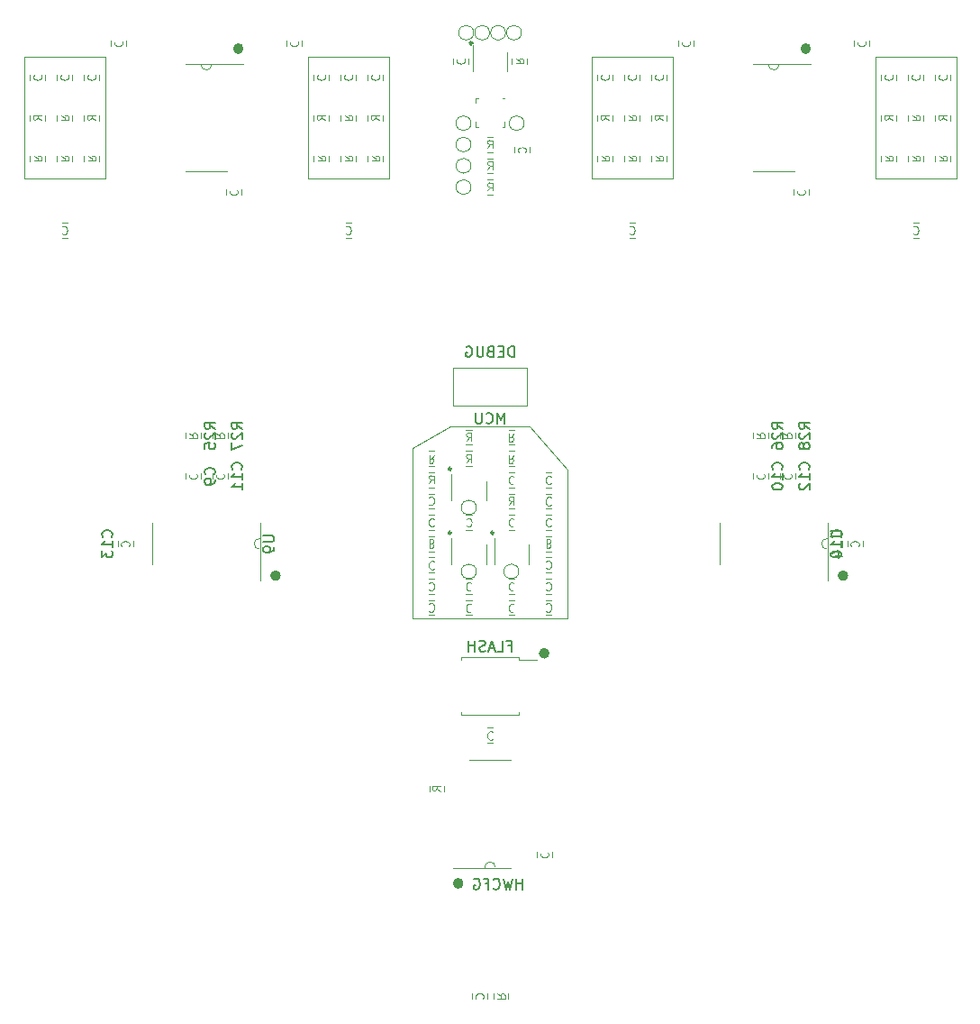
<source format=gbo>
G04 #@! TF.GenerationSoftware,KiCad,Pcbnew,5.1.9+dfsg1-1*
G04 #@! TF.CreationDate,2021-10-27T13:30:15+02:00*
G04 #@! TF.ProjectId,EF44,45463434-2e6b-4696-9361-645f70636258,rev?*
G04 #@! TF.SameCoordinates,Original*
G04 #@! TF.FileFunction,Legend,Bot*
G04 #@! TF.FilePolarity,Positive*
%FSLAX46Y46*%
G04 Gerber Fmt 4.6, Leading zero omitted, Abs format (unit mm)*
G04 Created by KiCad (PCBNEW 5.1.9+dfsg1-1) date 2021-10-27 13:30:15*
%MOMM*%
%LPD*%
G01*
G04 APERTURE LIST*
%ADD10C,0.120000*%
%ADD11C,0.150000*%
%ADD12C,0.500000*%
%ADD13C,0.250000*%
G04 APERTURE END LIST*
D10*
X96500000Y-87000000D02*
X96500000Y-83500000D01*
X103500000Y-87000000D02*
X96500000Y-87000000D01*
X103500000Y-83500000D02*
X103500000Y-87000000D01*
X96500000Y-83500000D02*
X103500000Y-83500000D01*
X96250000Y-89000000D02*
X103750000Y-89000000D01*
X92750000Y-91000000D02*
X96250000Y-89000000D01*
X136195000Y-65710000D02*
X136195000Y-54280000D01*
X143815000Y-54280000D02*
X143815000Y-65710000D01*
X136195000Y-54280000D02*
X143815000Y-54280000D01*
X143815000Y-65710000D02*
X136195000Y-65710000D01*
X109525000Y-65710000D02*
X109525000Y-54280000D01*
X117145000Y-54280000D02*
X117145000Y-65710000D01*
X109525000Y-54280000D02*
X117145000Y-54280000D01*
X117145000Y-65710000D02*
X109525000Y-65710000D01*
X82855000Y-65710000D02*
X82855000Y-54280000D01*
X90475000Y-54280000D02*
X90475000Y-65710000D01*
X82855000Y-54280000D02*
X90475000Y-54280000D01*
X90475000Y-65710000D02*
X82855000Y-65710000D01*
X56185000Y-65710000D02*
X56185000Y-54280000D01*
X63805000Y-54280000D02*
X63805000Y-65710000D01*
X56185000Y-54280000D02*
X63805000Y-54280000D01*
X63805000Y-65710000D02*
X56185000Y-65710000D01*
D11*
X102238095Y-82452380D02*
X102238095Y-81452380D01*
X102000000Y-81452380D01*
X101857142Y-81500000D01*
X101761904Y-81595238D01*
X101714285Y-81690476D01*
X101666666Y-81880952D01*
X101666666Y-82023809D01*
X101714285Y-82214285D01*
X101761904Y-82309523D01*
X101857142Y-82404761D01*
X102000000Y-82452380D01*
X102238095Y-82452380D01*
X101238095Y-81928571D02*
X100904761Y-81928571D01*
X100761904Y-82452380D02*
X101238095Y-82452380D01*
X101238095Y-81452380D01*
X100761904Y-81452380D01*
X100000000Y-81928571D02*
X99857142Y-81976190D01*
X99809523Y-82023809D01*
X99761904Y-82119047D01*
X99761904Y-82261904D01*
X99809523Y-82357142D01*
X99857142Y-82404761D01*
X99952380Y-82452380D01*
X100333333Y-82452380D01*
X100333333Y-81452380D01*
X100000000Y-81452380D01*
X99904761Y-81500000D01*
X99857142Y-81547619D01*
X99809523Y-81642857D01*
X99809523Y-81738095D01*
X99857142Y-81833333D01*
X99904761Y-81880952D01*
X100000000Y-81928571D01*
X100333333Y-81928571D01*
X99333333Y-81452380D02*
X99333333Y-82261904D01*
X99285714Y-82357142D01*
X99238095Y-82404761D01*
X99142857Y-82452380D01*
X98952380Y-82452380D01*
X98857142Y-82404761D01*
X98809523Y-82357142D01*
X98761904Y-82261904D01*
X98761904Y-81452380D01*
X97761904Y-81500000D02*
X97857142Y-81452380D01*
X98000000Y-81452380D01*
X98142857Y-81500000D01*
X98238095Y-81595238D01*
X98285714Y-81690476D01*
X98333333Y-81880952D01*
X98333333Y-82023809D01*
X98285714Y-82214285D01*
X98238095Y-82309523D01*
X98142857Y-82404761D01*
X98000000Y-82452380D01*
X97904761Y-82452380D01*
X97761904Y-82404761D01*
X97714285Y-82357142D01*
X97714285Y-82023809D01*
X97904761Y-82023809D01*
X101690476Y-109580571D02*
X102023809Y-109580571D01*
X102023809Y-110104380D02*
X102023809Y-109104380D01*
X101547619Y-109104380D01*
X100690476Y-110104380D02*
X101166666Y-110104380D01*
X101166666Y-109104380D01*
X100404761Y-109818666D02*
X99928571Y-109818666D01*
X100500000Y-110104380D02*
X100166666Y-109104380D01*
X99833333Y-110104380D01*
X99547619Y-110056761D02*
X99404761Y-110104380D01*
X99166666Y-110104380D01*
X99071428Y-110056761D01*
X99023809Y-110009142D01*
X98976190Y-109913904D01*
X98976190Y-109818666D01*
X99023809Y-109723428D01*
X99071428Y-109675809D01*
X99166666Y-109628190D01*
X99357142Y-109580571D01*
X99452380Y-109532952D01*
X99500000Y-109485333D01*
X99547619Y-109390095D01*
X99547619Y-109294857D01*
X99500000Y-109199619D01*
X99452380Y-109152000D01*
X99357142Y-109104380D01*
X99119047Y-109104380D01*
X98976190Y-109152000D01*
X98547619Y-110104380D02*
X98547619Y-109104380D01*
X98547619Y-109580571D02*
X97976190Y-109580571D01*
X97976190Y-110104380D02*
X97976190Y-109104380D01*
X103047714Y-132456380D02*
X103047714Y-131456380D01*
X103047714Y-131932571D02*
X102476285Y-131932571D01*
X102476285Y-132456380D02*
X102476285Y-131456380D01*
X102095333Y-131456380D02*
X101857238Y-132456380D01*
X101666761Y-131742095D01*
X101476285Y-132456380D01*
X101238190Y-131456380D01*
X100285809Y-132361142D02*
X100333428Y-132408761D01*
X100476285Y-132456380D01*
X100571523Y-132456380D01*
X100714380Y-132408761D01*
X100809619Y-132313523D01*
X100857238Y-132218285D01*
X100904857Y-132027809D01*
X100904857Y-131884952D01*
X100857238Y-131694476D01*
X100809619Y-131599238D01*
X100714380Y-131504000D01*
X100571523Y-131456380D01*
X100476285Y-131456380D01*
X100333428Y-131504000D01*
X100285809Y-131551619D01*
X99523904Y-131932571D02*
X99857238Y-131932571D01*
X99857238Y-132456380D02*
X99857238Y-131456380D01*
X99381047Y-131456380D01*
X98476285Y-131504000D02*
X98571523Y-131456380D01*
X98714380Y-131456380D01*
X98857238Y-131504000D01*
X98952476Y-131599238D01*
X99000095Y-131694476D01*
X99047714Y-131884952D01*
X99047714Y-132027809D01*
X99000095Y-132218285D01*
X98952476Y-132313523D01*
X98857238Y-132408761D01*
X98714380Y-132456380D01*
X98619142Y-132456380D01*
X98476285Y-132408761D01*
X98428666Y-132361142D01*
X98428666Y-132027809D01*
X98619142Y-132027809D01*
X101357142Y-88702380D02*
X101357142Y-87702380D01*
X101023809Y-88416666D01*
X100690476Y-87702380D01*
X100690476Y-88702380D01*
X99642857Y-88607142D02*
X99690476Y-88654761D01*
X99833333Y-88702380D01*
X99928571Y-88702380D01*
X100071428Y-88654761D01*
X100166666Y-88559523D01*
X100214285Y-88464285D01*
X100261904Y-88273809D01*
X100261904Y-88130952D01*
X100214285Y-87940476D01*
X100166666Y-87845238D01*
X100071428Y-87750000D01*
X99928571Y-87702380D01*
X99833333Y-87702380D01*
X99690476Y-87750000D01*
X99642857Y-87797619D01*
X99214285Y-87702380D02*
X99214285Y-88511904D01*
X99166666Y-88607142D01*
X99119047Y-88654761D01*
X99023809Y-88702380D01*
X98833333Y-88702380D01*
X98738095Y-88654761D01*
X98690476Y-88607142D01*
X98642857Y-88511904D01*
X98642857Y-87702380D01*
D10*
X92750000Y-107000000D02*
X92750000Y-91000000D01*
X107250000Y-107000000D02*
X92750000Y-107000000D01*
X107250000Y-93000000D02*
X107250000Y-107000000D01*
X103750000Y-89000000D02*
X107250000Y-93000000D01*
X136755000Y-59736422D02*
X136755000Y-60253578D01*
X138175000Y-59736422D02*
X138175000Y-60253578D01*
X137795200Y-59791800D02*
X137058600Y-59791800D01*
X137058600Y-59791800D02*
X137058600Y-60071200D01*
X137465000Y-59791800D02*
X137465000Y-60020400D01*
X137795200Y-60223600D02*
X137465000Y-59995000D01*
X137058600Y-60020400D02*
G75*
G03*
X137465000Y-60020400I203200J0D01*
G01*
X72770000Y-93908578D02*
X72770000Y-93391422D01*
X71350000Y-93908578D02*
X71350000Y-93391422D01*
X72390200Y-93421400D02*
X72466400Y-93548400D01*
X72466400Y-93548400D02*
X72466400Y-93700800D01*
X72466400Y-93700800D02*
X72364800Y-93827800D01*
X72364800Y-93827800D02*
X72212400Y-93878600D01*
X72212400Y-93878600D02*
X72085400Y-93904000D01*
X71755200Y-93421400D02*
X71679000Y-93548400D01*
X71679000Y-93548400D02*
X71679000Y-93700800D01*
X71679000Y-93700800D02*
X71780600Y-93827800D01*
X71780600Y-93827800D02*
X71933000Y-93878600D01*
X71933000Y-93878600D02*
X72060000Y-93904000D01*
D12*
X133420000Y-103000000D02*
G75*
G03*
X133420000Y-103000000I-250000J0D01*
G01*
D10*
X131730000Y-100000000D02*
X131730000Y-103450000D01*
X131730000Y-100000000D02*
X131730000Y-98050000D01*
X121610000Y-100000000D02*
X121610000Y-101950000D01*
X121610000Y-100000000D02*
X121610000Y-98050000D01*
X131670000Y-99500000D02*
G75*
G03*
X131670000Y-100500000I0J-500000D01*
G01*
D12*
X80080000Y-103000000D02*
G75*
G03*
X80080000Y-103000000I-250000J0D01*
G01*
D10*
X78390000Y-100000000D02*
X78390000Y-103450000D01*
X78390000Y-100000000D02*
X78390000Y-98050000D01*
X68270000Y-100000000D02*
X68270000Y-101950000D01*
X68270000Y-100000000D02*
X68270000Y-98050000D01*
X78330000Y-99500000D02*
G75*
G03*
X78330000Y-100500000I0J-500000D01*
G01*
X128650000Y-90098578D02*
X128650000Y-89581422D01*
X127230000Y-90098578D02*
X127230000Y-89581422D01*
X127609800Y-90043200D02*
X128346400Y-90043200D01*
X128346400Y-90043200D02*
X128346400Y-89763800D01*
X127940000Y-90043200D02*
X127940000Y-89814600D01*
X127609800Y-89611400D02*
X127940000Y-89840000D01*
X128346400Y-89814600D02*
G75*
G03*
X127940000Y-89814600I-203200J0D01*
G01*
X75310000Y-90098578D02*
X75310000Y-89581422D01*
X73890000Y-90098578D02*
X73890000Y-89581422D01*
X74269800Y-90043200D02*
X75006400Y-90043200D01*
X75006400Y-90043200D02*
X75006400Y-89763800D01*
X74600000Y-90043200D02*
X74600000Y-89814600D01*
X74269800Y-89611400D02*
X74600000Y-89840000D01*
X75006400Y-89814600D02*
G75*
G03*
X74600000Y-89814600I-203200J0D01*
G01*
X126110000Y-90098578D02*
X126110000Y-89581422D01*
X124690000Y-90098578D02*
X124690000Y-89581422D01*
X125069800Y-90043200D02*
X125806400Y-90043200D01*
X125806400Y-90043200D02*
X125806400Y-89763800D01*
X125400000Y-90043200D02*
X125400000Y-89814600D01*
X125069800Y-89611400D02*
X125400000Y-89840000D01*
X125806400Y-89814600D02*
G75*
G03*
X125400000Y-89814600I-203200J0D01*
G01*
X72770000Y-90098578D02*
X72770000Y-89581422D01*
X71350000Y-90098578D02*
X71350000Y-89581422D01*
X71729800Y-90043200D02*
X72466400Y-90043200D01*
X72466400Y-90043200D02*
X72466400Y-89763800D01*
X72060000Y-90043200D02*
X72060000Y-89814600D01*
X71729800Y-89611400D02*
X72060000Y-89840000D01*
X72466400Y-89814600D02*
G75*
G03*
X72060000Y-89814600I-203200J0D01*
G01*
X133580000Y-99741422D02*
X133580000Y-100258578D01*
X135000000Y-99741422D02*
X135000000Y-100258578D01*
X133959800Y-100228600D02*
X133883600Y-100101600D01*
X133883600Y-100101600D02*
X133883600Y-99949200D01*
X133883600Y-99949200D02*
X133985200Y-99822200D01*
X133985200Y-99822200D02*
X134137600Y-99771400D01*
X134137600Y-99771400D02*
X134264600Y-99746000D01*
X134594800Y-100228600D02*
X134671000Y-100101600D01*
X134671000Y-100101600D02*
X134671000Y-99949200D01*
X134671000Y-99949200D02*
X134569400Y-99822200D01*
X134569400Y-99822200D02*
X134417000Y-99771400D01*
X134417000Y-99771400D02*
X134290000Y-99746000D01*
X65000000Y-99741422D02*
X65000000Y-100258578D01*
X66420000Y-99741422D02*
X66420000Y-100258578D01*
X65379800Y-100228600D02*
X65303600Y-100101600D01*
X65303600Y-100101600D02*
X65303600Y-99949200D01*
X65303600Y-99949200D02*
X65405200Y-99822200D01*
X65405200Y-99822200D02*
X65557600Y-99771400D01*
X65557600Y-99771400D02*
X65684600Y-99746000D01*
X66014800Y-100228600D02*
X66091000Y-100101600D01*
X66091000Y-100101600D02*
X66091000Y-99949200D01*
X66091000Y-99949200D02*
X65989400Y-99822200D01*
X65989400Y-99822200D02*
X65837000Y-99771400D01*
X65837000Y-99771400D02*
X65710000Y-99746000D01*
X128650000Y-93908578D02*
X128650000Y-93391422D01*
X127230000Y-93908578D02*
X127230000Y-93391422D01*
X128270200Y-93421400D02*
X128346400Y-93548400D01*
X128346400Y-93548400D02*
X128346400Y-93700800D01*
X128346400Y-93700800D02*
X128244800Y-93827800D01*
X128244800Y-93827800D02*
X128092400Y-93878600D01*
X128092400Y-93878600D02*
X127965400Y-93904000D01*
X127635200Y-93421400D02*
X127559000Y-93548400D01*
X127559000Y-93548400D02*
X127559000Y-93700800D01*
X127559000Y-93700800D02*
X127660600Y-93827800D01*
X127660600Y-93827800D02*
X127813000Y-93878600D01*
X127813000Y-93878600D02*
X127940000Y-93904000D01*
X75310000Y-93908578D02*
X75310000Y-93391422D01*
X73890000Y-93908578D02*
X73890000Y-93391422D01*
X74930200Y-93421400D02*
X75006400Y-93548400D01*
X75006400Y-93548400D02*
X75006400Y-93700800D01*
X75006400Y-93700800D02*
X74904800Y-93827800D01*
X74904800Y-93827800D02*
X74752400Y-93878600D01*
X74752400Y-93878600D02*
X74625400Y-93904000D01*
X74295200Y-93421400D02*
X74219000Y-93548400D01*
X74219000Y-93548400D02*
X74219000Y-93700800D01*
X74219000Y-93700800D02*
X74320600Y-93827800D01*
X74320600Y-93827800D02*
X74473000Y-93878600D01*
X74473000Y-93878600D02*
X74600000Y-93904000D01*
X126110000Y-93908578D02*
X126110000Y-93391422D01*
X124690000Y-93908578D02*
X124690000Y-93391422D01*
X125730200Y-93421400D02*
X125806400Y-93548400D01*
X125806400Y-93548400D02*
X125806400Y-93700800D01*
X125806400Y-93700800D02*
X125704800Y-93827800D01*
X125704800Y-93827800D02*
X125552400Y-93878600D01*
X125552400Y-93878600D02*
X125425400Y-93904000D01*
X125095200Y-93421400D02*
X125019000Y-93548400D01*
X125019000Y-93548400D02*
X125019000Y-93700800D01*
X125019000Y-93700800D02*
X125120600Y-93827800D01*
X125120600Y-93827800D02*
X125273000Y-93878600D01*
X125273000Y-93878600D02*
X125400000Y-93904000D01*
X98200000Y-60500000D02*
G75*
G03*
X98200000Y-60500000I-700000J0D01*
G01*
X103200000Y-60500000D02*
G75*
G03*
X103200000Y-60500000I-700000J0D01*
G01*
X105241422Y-96710000D02*
X105758578Y-96710000D01*
X105241422Y-95290000D02*
X105758578Y-95290000D01*
X105728600Y-96330200D02*
X105601600Y-96406400D01*
X105601600Y-96406400D02*
X105449200Y-96406400D01*
X105449200Y-96406400D02*
X105322200Y-96304800D01*
X105322200Y-96304800D02*
X105271400Y-96152400D01*
X105271400Y-96152400D02*
X105246000Y-96025400D01*
X105728600Y-95695200D02*
X105601600Y-95619000D01*
X105601600Y-95619000D02*
X105449200Y-95619000D01*
X105449200Y-95619000D02*
X105322200Y-95720600D01*
X105322200Y-95720600D02*
X105271400Y-95873000D01*
X105271400Y-95873000D02*
X105246000Y-96000000D01*
X105758578Y-101290000D02*
X105241422Y-101290000D01*
X105758578Y-102710000D02*
X105241422Y-102710000D01*
X105271400Y-101669800D02*
X105398400Y-101593600D01*
X105398400Y-101593600D02*
X105550800Y-101593600D01*
X105550800Y-101593600D02*
X105677800Y-101695200D01*
X105677800Y-101695200D02*
X105728600Y-101847600D01*
X105728600Y-101847600D02*
X105754000Y-101974600D01*
X105271400Y-102304800D02*
X105398400Y-102381000D01*
X105398400Y-102381000D02*
X105550800Y-102381000D01*
X105550800Y-102381000D02*
X105677800Y-102279400D01*
X105677800Y-102279400D02*
X105728600Y-102127000D01*
X105728600Y-102127000D02*
X105754000Y-102000000D01*
X98200000Y-66500000D02*
G75*
G03*
X98200000Y-66500000I-700000J0D01*
G01*
X98200000Y-64500000D02*
G75*
G03*
X98200000Y-64500000I-700000J0D01*
G01*
X98200000Y-62500000D02*
G75*
G03*
X98200000Y-62500000I-700000J0D01*
G01*
D12*
X97250000Y-131900000D02*
G75*
G03*
X97250000Y-131900000I-250000J0D01*
G01*
D10*
X100000000Y-130460000D02*
X96550000Y-130460000D01*
X100000000Y-130460000D02*
X101950000Y-130460000D01*
X100000000Y-120340000D02*
X98050000Y-120340000D01*
X100000000Y-120340000D02*
X101950000Y-120340000D01*
X100500000Y-130400000D02*
G75*
G03*
X99500000Y-130400000I-500000J0D01*
G01*
X94290000Y-122741422D02*
X94290000Y-123258578D01*
X95710000Y-122741422D02*
X95710000Y-123258578D01*
X95330200Y-122796800D02*
X94593600Y-122796800D01*
X94593600Y-122796800D02*
X94593600Y-123076200D01*
X95000000Y-122796800D02*
X95000000Y-123025400D01*
X95330200Y-123228600D02*
X95000000Y-123000000D01*
X94593600Y-123025400D02*
G75*
G03*
X95000000Y-123025400I203200J0D01*
G01*
X98700000Y-96600000D02*
G75*
G03*
X98700000Y-96600000I-700000J0D01*
G01*
X102700000Y-102600000D02*
G75*
G03*
X102700000Y-102600000I-700000J0D01*
G01*
X98700000Y-102600000D02*
G75*
G03*
X98700000Y-102600000I-700000J0D01*
G01*
X102950000Y-52000000D02*
G75*
G03*
X102950000Y-52000000I-700000J0D01*
G01*
X98450000Y-52000000D02*
G75*
G03*
X98450000Y-52000000I-700000J0D01*
G01*
X101450000Y-52000000D02*
G75*
G03*
X101450000Y-52000000I-700000J0D01*
G01*
X99950000Y-52000000D02*
G75*
G03*
X99950000Y-52000000I-700000J0D01*
G01*
X102290000Y-62741422D02*
X102290000Y-63258578D01*
X103710000Y-62741422D02*
X103710000Y-63258578D01*
X102669800Y-63228600D02*
X102593600Y-63101600D01*
X102593600Y-63101600D02*
X102593600Y-62949200D01*
X102593600Y-62949200D02*
X102695200Y-62822200D01*
X102695200Y-62822200D02*
X102847600Y-62771400D01*
X102847600Y-62771400D02*
X102974600Y-62746000D01*
X103304800Y-63228600D02*
X103381000Y-63101600D01*
X103381000Y-63101600D02*
X103381000Y-62949200D01*
X103381000Y-62949200D02*
X103279400Y-62822200D01*
X103279400Y-62822200D02*
X103127000Y-62771400D01*
X103127000Y-62771400D02*
X103000000Y-62746000D01*
X100258578Y-63790000D02*
X99741422Y-63790000D01*
X100258578Y-65210000D02*
X99741422Y-65210000D01*
X100203200Y-64830200D02*
X100203200Y-64093600D01*
X100203200Y-64093600D02*
X99923800Y-64093600D01*
X100203200Y-64500000D02*
X99974600Y-64500000D01*
X99771400Y-64830200D02*
X100000000Y-64500000D01*
X99974600Y-64093600D02*
G75*
G03*
X99974600Y-64500000I0J-203200D01*
G01*
X99610000Y-94100000D02*
X99610000Y-95900000D01*
X96390000Y-95900000D02*
X96390000Y-93450000D01*
D13*
X96347000Y-92968000D02*
G75*
G03*
X96347000Y-92968000I-125000J0D01*
G01*
D10*
X98865000Y-58140000D02*
X98640000Y-58140000D01*
X98640000Y-58140000D02*
X98640000Y-58615000D01*
X101135000Y-60860000D02*
X101360000Y-60860000D01*
X101360000Y-60860000D02*
X101360000Y-60385000D01*
X98865000Y-60860000D02*
X98640000Y-60860000D01*
X98640000Y-60860000D02*
X98640000Y-60385000D01*
X101135000Y-58140000D02*
X101360000Y-58140000D01*
X103610000Y-100100000D02*
X103610000Y-101900000D01*
X100390000Y-101900000D02*
X100390000Y-99450000D01*
D13*
X100347000Y-98968000D02*
G75*
G03*
X100347000Y-98968000I-125000J0D01*
G01*
D10*
X99610000Y-100100000D02*
X99610000Y-101900000D01*
X96390000Y-101900000D02*
X96390000Y-99450000D01*
D13*
X96347000Y-98968000D02*
G75*
G03*
X96347000Y-98968000I-125000J0D01*
G01*
D10*
X101610000Y-53850000D02*
X101610000Y-55650000D01*
X98390000Y-55650000D02*
X98390000Y-53200000D01*
D13*
X98347000Y-52972000D02*
G75*
G03*
X98347000Y-52972000I-125000J0D01*
G01*
D10*
X94758578Y-93290000D02*
X94241422Y-93290000D01*
X94758578Y-94710000D02*
X94241422Y-94710000D01*
X94703200Y-94330200D02*
X94703200Y-93593600D01*
X94703200Y-93593600D02*
X94423800Y-93593600D01*
X94703200Y-94000000D02*
X94474600Y-94000000D01*
X94271400Y-94330200D02*
X94500000Y-94000000D01*
X94474600Y-93593600D02*
G75*
G03*
X94474600Y-94000000I0J-203200D01*
G01*
X100258578Y-65790000D02*
X99741422Y-65790000D01*
X100258578Y-67210000D02*
X99741422Y-67210000D01*
X100203200Y-66830200D02*
X100203200Y-66093600D01*
X100203200Y-66093600D02*
X99923800Y-66093600D01*
X100203200Y-66500000D02*
X99974600Y-66500000D01*
X99771400Y-66830200D02*
X100000000Y-66500000D01*
X99974600Y-66093600D02*
G75*
G03*
X99974600Y-66500000I0J-203200D01*
G01*
X100258578Y-61790000D02*
X99741422Y-61790000D01*
X100258578Y-63210000D02*
X99741422Y-63210000D01*
X100203200Y-62830200D02*
X100203200Y-62093600D01*
X100203200Y-62093600D02*
X99923800Y-62093600D01*
X100203200Y-62500000D02*
X99974600Y-62500000D01*
X99771400Y-62830200D02*
X100000000Y-62500000D01*
X99974600Y-62093600D02*
G75*
G03*
X99974600Y-62500000I0J-203200D01*
G01*
X102258578Y-95290000D02*
X101741422Y-95290000D01*
X102258578Y-96710000D02*
X101741422Y-96710000D01*
X102203200Y-96330200D02*
X102203200Y-95593600D01*
X102203200Y-95593600D02*
X101923800Y-95593600D01*
X102203200Y-96000000D02*
X101974600Y-96000000D01*
X101771400Y-96330200D02*
X102000000Y-96000000D01*
X101974600Y-95593600D02*
G75*
G03*
X101974600Y-96000000I0J-203200D01*
G01*
X103460000Y-54908578D02*
X103460000Y-54391422D01*
X102040000Y-54908578D02*
X102040000Y-54391422D01*
X102419800Y-54853200D02*
X103156400Y-54853200D01*
X103156400Y-54853200D02*
X103156400Y-54573800D01*
X102750000Y-54853200D02*
X102750000Y-54624600D01*
X102419800Y-54421400D02*
X102750000Y-54650000D01*
X103156400Y-54624600D02*
G75*
G03*
X102750000Y-54624600I-203200J0D01*
G01*
X94241422Y-92710000D02*
X94758578Y-92710000D01*
X94241422Y-91290000D02*
X94758578Y-91290000D01*
X94296800Y-91669800D02*
X94296800Y-92406400D01*
X94296800Y-92406400D02*
X94576200Y-92406400D01*
X94296800Y-92000000D02*
X94525400Y-92000000D01*
X94728600Y-91669800D02*
X94500000Y-92000000D01*
X94525400Y-92406400D02*
G75*
G03*
X94525400Y-92000000I0J203200D01*
G01*
X105241422Y-100710000D02*
X105758578Y-100710000D01*
X105241422Y-99290000D02*
X105758578Y-99290000D01*
X105296800Y-99593600D02*
X105296800Y-100406400D01*
X105296800Y-100406400D02*
X105576200Y-100406400D01*
X105296800Y-100000000D02*
X105525400Y-100000000D01*
X105296800Y-100000000D02*
X105576200Y-100000000D01*
X105296800Y-99593600D02*
X105525400Y-99593600D01*
X105525400Y-100000000D02*
G75*
G03*
X105525400Y-99593600I0J203200D01*
G01*
X105525400Y-100406400D02*
G75*
G03*
X105525400Y-100000000I0J203200D01*
G01*
X101741422Y-98710000D02*
X102258578Y-98710000D01*
X101741422Y-97290000D02*
X102258578Y-97290000D01*
X102228600Y-98330200D02*
X102101600Y-98406400D01*
X102101600Y-98406400D02*
X101949200Y-98406400D01*
X101949200Y-98406400D02*
X101822200Y-98304800D01*
X101822200Y-98304800D02*
X101771400Y-98152400D01*
X101771400Y-98152400D02*
X101746000Y-98025400D01*
X102228600Y-97695200D02*
X102101600Y-97619000D01*
X102101600Y-97619000D02*
X101949200Y-97619000D01*
X101949200Y-97619000D02*
X101822200Y-97720600D01*
X101822200Y-97720600D02*
X101771400Y-97873000D01*
X101771400Y-97873000D02*
X101746000Y-98000000D01*
X94758578Y-95290000D02*
X94241422Y-95290000D01*
X94758578Y-96710000D02*
X94241422Y-96710000D01*
X94271400Y-95669800D02*
X94398400Y-95593600D01*
X94398400Y-95593600D02*
X94550800Y-95593600D01*
X94550800Y-95593600D02*
X94677800Y-95695200D01*
X94677800Y-95695200D02*
X94728600Y-95847600D01*
X94728600Y-95847600D02*
X94754000Y-95974600D01*
X94271400Y-96304800D02*
X94398400Y-96381000D01*
X94398400Y-96381000D02*
X94550800Y-96381000D01*
X94550800Y-96381000D02*
X94677800Y-96279400D01*
X94677800Y-96279400D02*
X94728600Y-96127000D01*
X94728600Y-96127000D02*
X94754000Y-96000000D01*
X97960000Y-54908578D02*
X97960000Y-54391422D01*
X96540000Y-54908578D02*
X96540000Y-54391422D01*
X97580200Y-54421400D02*
X97656400Y-54548400D01*
X97656400Y-54548400D02*
X97656400Y-54700800D01*
X97656400Y-54700800D02*
X97554800Y-54827800D01*
X97554800Y-54827800D02*
X97402400Y-54878600D01*
X97402400Y-54878600D02*
X97275400Y-54904000D01*
X96945200Y-54421400D02*
X96869000Y-54548400D01*
X96869000Y-54548400D02*
X96869000Y-54700800D01*
X96869000Y-54700800D02*
X96970600Y-54827800D01*
X96970600Y-54827800D02*
X97123000Y-54878600D01*
X97123000Y-54878600D02*
X97250000Y-54904000D01*
X101741422Y-104710000D02*
X102258578Y-104710000D01*
X101741422Y-103290000D02*
X102258578Y-103290000D01*
X102228600Y-104330200D02*
X102101600Y-104406400D01*
X102101600Y-104406400D02*
X101949200Y-104406400D01*
X101949200Y-104406400D02*
X101822200Y-104304800D01*
X101822200Y-104304800D02*
X101771400Y-104152400D01*
X101771400Y-104152400D02*
X101746000Y-104025400D01*
X102228600Y-103695200D02*
X102101600Y-103619000D01*
X102101600Y-103619000D02*
X101949200Y-103619000D01*
X101949200Y-103619000D02*
X101822200Y-103720600D01*
X101822200Y-103720600D02*
X101771400Y-103873000D01*
X101771400Y-103873000D02*
X101746000Y-104000000D01*
X98258578Y-97290000D02*
X97741422Y-97290000D01*
X98258578Y-98710000D02*
X97741422Y-98710000D01*
X97771400Y-97669800D02*
X97898400Y-97593600D01*
X97898400Y-97593600D02*
X98050800Y-97593600D01*
X98050800Y-97593600D02*
X98177800Y-97695200D01*
X98177800Y-97695200D02*
X98228600Y-97847600D01*
X98228600Y-97847600D02*
X98254000Y-97974600D01*
X97771400Y-98304800D02*
X97898400Y-98381000D01*
X97898400Y-98381000D02*
X98050800Y-98381000D01*
X98050800Y-98381000D02*
X98177800Y-98279400D01*
X98177800Y-98279400D02*
X98228600Y-98127000D01*
X98228600Y-98127000D02*
X98254000Y-98000000D01*
D12*
X105330000Y-110287000D02*
G75*
G03*
X105330000Y-110287000I-250000J0D01*
G01*
D10*
X102725000Y-110870000D02*
X104400000Y-110870000D01*
X102725000Y-110610000D02*
X102725000Y-110870000D01*
X100000000Y-110610000D02*
X102725000Y-110610000D01*
X97275000Y-110610000D02*
X97275000Y-110870000D01*
X100000000Y-110610000D02*
X97275000Y-110610000D01*
X102725000Y-116060000D02*
X102725000Y-115800000D01*
X100000000Y-116060000D02*
X102725000Y-116060000D01*
X97275000Y-116060000D02*
X97275000Y-115800000D01*
X100000000Y-116060000D02*
X97275000Y-116060000D01*
D12*
X129920000Y-53495000D02*
G75*
G03*
X129920000Y-53495000I-250000J0D01*
G01*
D10*
X126670000Y-54935000D02*
X130120000Y-54935000D01*
X126670000Y-54935000D02*
X124720000Y-54935000D01*
X126670000Y-65055000D02*
X128620000Y-65055000D01*
X126670000Y-65055000D02*
X124720000Y-65055000D01*
X126170000Y-54995000D02*
G75*
G03*
X127170000Y-54995000I500000J0D01*
G01*
D12*
X76580000Y-53495000D02*
G75*
G03*
X76580000Y-53495000I-250000J0D01*
G01*
D10*
X73330000Y-54935000D02*
X76780000Y-54935000D01*
X73330000Y-54935000D02*
X71380000Y-54935000D01*
X73330000Y-65055000D02*
X75280000Y-65055000D01*
X73330000Y-65055000D02*
X71380000Y-65055000D01*
X72830000Y-54995000D02*
G75*
G03*
X73830000Y-54995000I500000J0D01*
G01*
X129920000Y-67238578D02*
X129920000Y-66721422D01*
X128500000Y-67238578D02*
X128500000Y-66721422D01*
X129540200Y-66751400D02*
X129616400Y-66878400D01*
X129616400Y-66878400D02*
X129616400Y-67030800D01*
X129616400Y-67030800D02*
X129514800Y-67157800D01*
X129514800Y-67157800D02*
X129362400Y-67208600D01*
X129362400Y-67208600D02*
X129235400Y-67234000D01*
X128905200Y-66751400D02*
X128829000Y-66878400D01*
X128829000Y-66878400D02*
X128829000Y-67030800D01*
X128829000Y-67030800D02*
X128930600Y-67157800D01*
X128930600Y-67157800D02*
X129083000Y-67208600D01*
X129083000Y-67208600D02*
X129210000Y-67234000D01*
X76580000Y-67238578D02*
X76580000Y-66721422D01*
X75160000Y-67238578D02*
X75160000Y-66721422D01*
X76200200Y-66751400D02*
X76276400Y-66878400D01*
X76276400Y-66878400D02*
X76276400Y-67030800D01*
X76276400Y-67030800D02*
X76174800Y-67157800D01*
X76174800Y-67157800D02*
X76022400Y-67208600D01*
X76022400Y-67208600D02*
X75895400Y-67234000D01*
X75565200Y-66751400D02*
X75489000Y-66878400D01*
X75489000Y-66878400D02*
X75489000Y-67030800D01*
X75489000Y-67030800D02*
X75590600Y-67157800D01*
X75590600Y-67157800D02*
X75743000Y-67208600D01*
X75743000Y-67208600D02*
X75870000Y-67234000D01*
X141835000Y-59736422D02*
X141835000Y-60253578D01*
X143255000Y-59736422D02*
X143255000Y-60253578D01*
X142875200Y-59791800D02*
X142138600Y-59791800D01*
X142138600Y-59791800D02*
X142138600Y-60071200D01*
X142545000Y-59791800D02*
X142545000Y-60020400D01*
X142875200Y-60223600D02*
X142545000Y-59995000D01*
X142138600Y-60020400D02*
G75*
G03*
X142545000Y-60020400I203200J0D01*
G01*
X140715000Y-60253578D02*
X140715000Y-59736422D01*
X139295000Y-60253578D02*
X139295000Y-59736422D01*
X139674800Y-60198200D02*
X140411400Y-60198200D01*
X140411400Y-60198200D02*
X140411400Y-59918800D01*
X140005000Y-60198200D02*
X140005000Y-59969600D01*
X139674800Y-59766400D02*
X140005000Y-59995000D01*
X140411400Y-59969600D02*
G75*
G03*
X140005000Y-59969600I-203200J0D01*
G01*
X138175000Y-64063578D02*
X138175000Y-63546422D01*
X136755000Y-64063578D02*
X136755000Y-63546422D01*
X137134800Y-64008200D02*
X137871400Y-64008200D01*
X137871400Y-64008200D02*
X137871400Y-63728800D01*
X137465000Y-64008200D02*
X137465000Y-63779600D01*
X137134800Y-63576400D02*
X137465000Y-63805000D01*
X137871400Y-63779600D02*
G75*
G03*
X137465000Y-63779600I-203200J0D01*
G01*
X143255000Y-64063578D02*
X143255000Y-63546422D01*
X141835000Y-64063578D02*
X141835000Y-63546422D01*
X142214800Y-64008200D02*
X142951400Y-64008200D01*
X142951400Y-64008200D02*
X142951400Y-63728800D01*
X142545000Y-64008200D02*
X142545000Y-63779600D01*
X142214800Y-63576400D02*
X142545000Y-63805000D01*
X142951400Y-63779600D02*
G75*
G03*
X142545000Y-63779600I-203200J0D01*
G01*
X140715000Y-64063578D02*
X140715000Y-63546422D01*
X139295000Y-64063578D02*
X139295000Y-63546422D01*
X139674800Y-64008200D02*
X140411400Y-64008200D01*
X140411400Y-64008200D02*
X140411400Y-63728800D01*
X140005000Y-64008200D02*
X140005000Y-63779600D01*
X139674800Y-63576400D02*
X140005000Y-63805000D01*
X140411400Y-63779600D02*
G75*
G03*
X140005000Y-63779600I-203200J0D01*
G01*
X110085000Y-59736422D02*
X110085000Y-60253578D01*
X111505000Y-59736422D02*
X111505000Y-60253578D01*
X111125200Y-59791800D02*
X110388600Y-59791800D01*
X110388600Y-59791800D02*
X110388600Y-60071200D01*
X110795000Y-59791800D02*
X110795000Y-60020400D01*
X111125200Y-60223600D02*
X110795000Y-59995000D01*
X110388600Y-60020400D02*
G75*
G03*
X110795000Y-60020400I203200J0D01*
G01*
X115165000Y-59736422D02*
X115165000Y-60253578D01*
X116585000Y-59736422D02*
X116585000Y-60253578D01*
X116205200Y-59791800D02*
X115468600Y-59791800D01*
X115468600Y-59791800D02*
X115468600Y-60071200D01*
X115875000Y-59791800D02*
X115875000Y-60020400D01*
X116205200Y-60223600D02*
X115875000Y-59995000D01*
X115468600Y-60020400D02*
G75*
G03*
X115875000Y-60020400I203200J0D01*
G01*
X114045000Y-60253578D02*
X114045000Y-59736422D01*
X112625000Y-60253578D02*
X112625000Y-59736422D01*
X113004800Y-60198200D02*
X113741400Y-60198200D01*
X113741400Y-60198200D02*
X113741400Y-59918800D01*
X113335000Y-60198200D02*
X113335000Y-59969600D01*
X113004800Y-59766400D02*
X113335000Y-59995000D01*
X113741400Y-59969600D02*
G75*
G03*
X113335000Y-59969600I-203200J0D01*
G01*
X111505000Y-64063578D02*
X111505000Y-63546422D01*
X110085000Y-64063578D02*
X110085000Y-63546422D01*
X110464800Y-64008200D02*
X111201400Y-64008200D01*
X111201400Y-64008200D02*
X111201400Y-63728800D01*
X110795000Y-64008200D02*
X110795000Y-63779600D01*
X110464800Y-63576400D02*
X110795000Y-63805000D01*
X111201400Y-63779600D02*
G75*
G03*
X110795000Y-63779600I-203200J0D01*
G01*
X116585000Y-64063578D02*
X116585000Y-63546422D01*
X115165000Y-64063578D02*
X115165000Y-63546422D01*
X115544800Y-64008200D02*
X116281400Y-64008200D01*
X116281400Y-64008200D02*
X116281400Y-63728800D01*
X115875000Y-64008200D02*
X115875000Y-63779600D01*
X115544800Y-63576400D02*
X115875000Y-63805000D01*
X116281400Y-63779600D02*
G75*
G03*
X115875000Y-63779600I-203200J0D01*
G01*
X114045000Y-64063578D02*
X114045000Y-63546422D01*
X112625000Y-64063578D02*
X112625000Y-63546422D01*
X113004800Y-64008200D02*
X113741400Y-64008200D01*
X113741400Y-64008200D02*
X113741400Y-63728800D01*
X113335000Y-64008200D02*
X113335000Y-63779600D01*
X113004800Y-63576400D02*
X113335000Y-63805000D01*
X113741400Y-63779600D02*
G75*
G03*
X113335000Y-63779600I-203200J0D01*
G01*
X83415000Y-59736422D02*
X83415000Y-60253578D01*
X84835000Y-59736422D02*
X84835000Y-60253578D01*
X84455200Y-59791800D02*
X83718600Y-59791800D01*
X83718600Y-59791800D02*
X83718600Y-60071200D01*
X84125000Y-59791800D02*
X84125000Y-60020400D01*
X84455200Y-60223600D02*
X84125000Y-59995000D01*
X83718600Y-60020400D02*
G75*
G03*
X84125000Y-60020400I203200J0D01*
G01*
X88495000Y-59736422D02*
X88495000Y-60253578D01*
X89915000Y-59736422D02*
X89915000Y-60253578D01*
X89535200Y-59791800D02*
X88798600Y-59791800D01*
X88798600Y-59791800D02*
X88798600Y-60071200D01*
X89205000Y-59791800D02*
X89205000Y-60020400D01*
X89535200Y-60223600D02*
X89205000Y-59995000D01*
X88798600Y-60020400D02*
G75*
G03*
X89205000Y-60020400I203200J0D01*
G01*
X87375000Y-60253578D02*
X87375000Y-59736422D01*
X85955000Y-60253578D02*
X85955000Y-59736422D01*
X86334800Y-60198200D02*
X87071400Y-60198200D01*
X87071400Y-60198200D02*
X87071400Y-59918800D01*
X86665000Y-60198200D02*
X86665000Y-59969600D01*
X86334800Y-59766400D02*
X86665000Y-59995000D01*
X87071400Y-59969600D02*
G75*
G03*
X86665000Y-59969600I-203200J0D01*
G01*
X84835000Y-64063578D02*
X84835000Y-63546422D01*
X83415000Y-64063578D02*
X83415000Y-63546422D01*
X83794800Y-64008200D02*
X84531400Y-64008200D01*
X84531400Y-64008200D02*
X84531400Y-63728800D01*
X84125000Y-64008200D02*
X84125000Y-63779600D01*
X83794800Y-63576400D02*
X84125000Y-63805000D01*
X84531400Y-63779600D02*
G75*
G03*
X84125000Y-63779600I-203200J0D01*
G01*
X89915000Y-64063578D02*
X89915000Y-63546422D01*
X88495000Y-64063578D02*
X88495000Y-63546422D01*
X88874800Y-64008200D02*
X89611400Y-64008200D01*
X89611400Y-64008200D02*
X89611400Y-63728800D01*
X89205000Y-64008200D02*
X89205000Y-63779600D01*
X88874800Y-63576400D02*
X89205000Y-63805000D01*
X89611400Y-63779600D02*
G75*
G03*
X89205000Y-63779600I-203200J0D01*
G01*
X87375000Y-64063578D02*
X87375000Y-63546422D01*
X85955000Y-64063578D02*
X85955000Y-63546422D01*
X86334800Y-64008200D02*
X87071400Y-64008200D01*
X87071400Y-64008200D02*
X87071400Y-63728800D01*
X86665000Y-64008200D02*
X86665000Y-63779600D01*
X86334800Y-63576400D02*
X86665000Y-63805000D01*
X87071400Y-63779600D02*
G75*
G03*
X86665000Y-63779600I-203200J0D01*
G01*
X56745000Y-59736422D02*
X56745000Y-60253578D01*
X58165000Y-59736422D02*
X58165000Y-60253578D01*
X57785200Y-59791800D02*
X57048600Y-59791800D01*
X57048600Y-59791800D02*
X57048600Y-60071200D01*
X57455000Y-59791800D02*
X57455000Y-60020400D01*
X57785200Y-60223600D02*
X57455000Y-59995000D01*
X57048600Y-60020400D02*
G75*
G03*
X57455000Y-60020400I203200J0D01*
G01*
X61825000Y-59736422D02*
X61825000Y-60253578D01*
X63245000Y-59736422D02*
X63245000Y-60253578D01*
X62865200Y-59791800D02*
X62128600Y-59791800D01*
X62128600Y-59791800D02*
X62128600Y-60071200D01*
X62535000Y-59791800D02*
X62535000Y-60020400D01*
X62865200Y-60223600D02*
X62535000Y-59995000D01*
X62128600Y-60020400D02*
G75*
G03*
X62535000Y-60020400I203200J0D01*
G01*
X60705000Y-60253578D02*
X60705000Y-59736422D01*
X59285000Y-60253578D02*
X59285000Y-59736422D01*
X59664800Y-60198200D02*
X60401400Y-60198200D01*
X60401400Y-60198200D02*
X60401400Y-59918800D01*
X59995000Y-60198200D02*
X59995000Y-59969600D01*
X59664800Y-59766400D02*
X59995000Y-59995000D01*
X60401400Y-59969600D02*
G75*
G03*
X59995000Y-59969600I-203200J0D01*
G01*
X58165000Y-64063578D02*
X58165000Y-63546422D01*
X56745000Y-64063578D02*
X56745000Y-63546422D01*
X57124800Y-64008200D02*
X57861400Y-64008200D01*
X57861400Y-64008200D02*
X57861400Y-63728800D01*
X57455000Y-64008200D02*
X57455000Y-63779600D01*
X57124800Y-63576400D02*
X57455000Y-63805000D01*
X57861400Y-63779600D02*
G75*
G03*
X57455000Y-63779600I-203200J0D01*
G01*
X63245000Y-64063578D02*
X63245000Y-63546422D01*
X61825000Y-64063578D02*
X61825000Y-63546422D01*
X62204800Y-64008200D02*
X62941400Y-64008200D01*
X62941400Y-64008200D02*
X62941400Y-63728800D01*
X62535000Y-64008200D02*
X62535000Y-63779600D01*
X62204800Y-63576400D02*
X62535000Y-63805000D01*
X62941400Y-63779600D02*
G75*
G03*
X62535000Y-63779600I-203200J0D01*
G01*
X60705000Y-64063578D02*
X60705000Y-63546422D01*
X59285000Y-64063578D02*
X59285000Y-63546422D01*
X59664800Y-64008200D02*
X60401400Y-64008200D01*
X60401400Y-64008200D02*
X60401400Y-63728800D01*
X59995000Y-64008200D02*
X59995000Y-63779600D01*
X59664800Y-63576400D02*
X59995000Y-63805000D01*
X60401400Y-63779600D02*
G75*
G03*
X59995000Y-63779600I-203200J0D01*
G01*
X138175000Y-56443578D02*
X138175000Y-55926422D01*
X136755000Y-56443578D02*
X136755000Y-55926422D01*
X137795200Y-55956400D02*
X137871400Y-56083400D01*
X137871400Y-56083400D02*
X137871400Y-56235800D01*
X137871400Y-56235800D02*
X137769800Y-56362800D01*
X137769800Y-56362800D02*
X137617400Y-56413600D01*
X137617400Y-56413600D02*
X137490400Y-56439000D01*
X137160200Y-55956400D02*
X137084000Y-56083400D01*
X137084000Y-56083400D02*
X137084000Y-56235800D01*
X137084000Y-56235800D02*
X137185600Y-56362800D01*
X137185600Y-56362800D02*
X137338000Y-56413600D01*
X137338000Y-56413600D02*
X137465000Y-56439000D01*
X143255000Y-56443578D02*
X143255000Y-55926422D01*
X141835000Y-56443578D02*
X141835000Y-55926422D01*
X142875200Y-55956400D02*
X142951400Y-56083400D01*
X142951400Y-56083400D02*
X142951400Y-56235800D01*
X142951400Y-56235800D02*
X142849800Y-56362800D01*
X142849800Y-56362800D02*
X142697400Y-56413600D01*
X142697400Y-56413600D02*
X142570400Y-56439000D01*
X142240200Y-55956400D02*
X142164000Y-56083400D01*
X142164000Y-56083400D02*
X142164000Y-56235800D01*
X142164000Y-56235800D02*
X142265600Y-56362800D01*
X142265600Y-56362800D02*
X142418000Y-56413600D01*
X142418000Y-56413600D02*
X142545000Y-56439000D01*
X140715000Y-56443578D02*
X140715000Y-55926422D01*
X139295000Y-56443578D02*
X139295000Y-55926422D01*
X140335200Y-55956400D02*
X140411400Y-56083400D01*
X140411400Y-56083400D02*
X140411400Y-56235800D01*
X140411400Y-56235800D02*
X140309800Y-56362800D01*
X140309800Y-56362800D02*
X140157400Y-56413600D01*
X140157400Y-56413600D02*
X140030400Y-56439000D01*
X139700200Y-55956400D02*
X139624000Y-56083400D01*
X139624000Y-56083400D02*
X139624000Y-56235800D01*
X139624000Y-56235800D02*
X139725600Y-56362800D01*
X139725600Y-56362800D02*
X139878000Y-56413600D01*
X139878000Y-56413600D02*
X140005000Y-56439000D01*
X111505000Y-56443578D02*
X111505000Y-55926422D01*
X110085000Y-56443578D02*
X110085000Y-55926422D01*
X111125200Y-55956400D02*
X111201400Y-56083400D01*
X111201400Y-56083400D02*
X111201400Y-56235800D01*
X111201400Y-56235800D02*
X111099800Y-56362800D01*
X111099800Y-56362800D02*
X110947400Y-56413600D01*
X110947400Y-56413600D02*
X110820400Y-56439000D01*
X110490200Y-55956400D02*
X110414000Y-56083400D01*
X110414000Y-56083400D02*
X110414000Y-56235800D01*
X110414000Y-56235800D02*
X110515600Y-56362800D01*
X110515600Y-56362800D02*
X110668000Y-56413600D01*
X110668000Y-56413600D02*
X110795000Y-56439000D01*
X116585000Y-56443578D02*
X116585000Y-55926422D01*
X115165000Y-56443578D02*
X115165000Y-55926422D01*
X116205200Y-55956400D02*
X116281400Y-56083400D01*
X116281400Y-56083400D02*
X116281400Y-56235800D01*
X116281400Y-56235800D02*
X116179800Y-56362800D01*
X116179800Y-56362800D02*
X116027400Y-56413600D01*
X116027400Y-56413600D02*
X115900400Y-56439000D01*
X115570200Y-55956400D02*
X115494000Y-56083400D01*
X115494000Y-56083400D02*
X115494000Y-56235800D01*
X115494000Y-56235800D02*
X115595600Y-56362800D01*
X115595600Y-56362800D02*
X115748000Y-56413600D01*
X115748000Y-56413600D02*
X115875000Y-56439000D01*
X114045000Y-56443578D02*
X114045000Y-55926422D01*
X112625000Y-56443578D02*
X112625000Y-55926422D01*
X113665200Y-55956400D02*
X113741400Y-56083400D01*
X113741400Y-56083400D02*
X113741400Y-56235800D01*
X113741400Y-56235800D02*
X113639800Y-56362800D01*
X113639800Y-56362800D02*
X113487400Y-56413600D01*
X113487400Y-56413600D02*
X113360400Y-56439000D01*
X113030200Y-55956400D02*
X112954000Y-56083400D01*
X112954000Y-56083400D02*
X112954000Y-56235800D01*
X112954000Y-56235800D02*
X113055600Y-56362800D01*
X113055600Y-56362800D02*
X113208000Y-56413600D01*
X113208000Y-56413600D02*
X113335000Y-56439000D01*
X84835000Y-56443578D02*
X84835000Y-55926422D01*
X83415000Y-56443578D02*
X83415000Y-55926422D01*
X84455200Y-55956400D02*
X84531400Y-56083400D01*
X84531400Y-56083400D02*
X84531400Y-56235800D01*
X84531400Y-56235800D02*
X84429800Y-56362800D01*
X84429800Y-56362800D02*
X84277400Y-56413600D01*
X84277400Y-56413600D02*
X84150400Y-56439000D01*
X83820200Y-55956400D02*
X83744000Y-56083400D01*
X83744000Y-56083400D02*
X83744000Y-56235800D01*
X83744000Y-56235800D02*
X83845600Y-56362800D01*
X83845600Y-56362800D02*
X83998000Y-56413600D01*
X83998000Y-56413600D02*
X84125000Y-56439000D01*
X89915000Y-56443578D02*
X89915000Y-55926422D01*
X88495000Y-56443578D02*
X88495000Y-55926422D01*
X89535200Y-55956400D02*
X89611400Y-56083400D01*
X89611400Y-56083400D02*
X89611400Y-56235800D01*
X89611400Y-56235800D02*
X89509800Y-56362800D01*
X89509800Y-56362800D02*
X89357400Y-56413600D01*
X89357400Y-56413600D02*
X89230400Y-56439000D01*
X88900200Y-55956400D02*
X88824000Y-56083400D01*
X88824000Y-56083400D02*
X88824000Y-56235800D01*
X88824000Y-56235800D02*
X88925600Y-56362800D01*
X88925600Y-56362800D02*
X89078000Y-56413600D01*
X89078000Y-56413600D02*
X89205000Y-56439000D01*
X87375000Y-56443578D02*
X87375000Y-55926422D01*
X85955000Y-56443578D02*
X85955000Y-55926422D01*
X86995200Y-55956400D02*
X87071400Y-56083400D01*
X87071400Y-56083400D02*
X87071400Y-56235800D01*
X87071400Y-56235800D02*
X86969800Y-56362800D01*
X86969800Y-56362800D02*
X86817400Y-56413600D01*
X86817400Y-56413600D02*
X86690400Y-56439000D01*
X86360200Y-55956400D02*
X86284000Y-56083400D01*
X86284000Y-56083400D02*
X86284000Y-56235800D01*
X86284000Y-56235800D02*
X86385600Y-56362800D01*
X86385600Y-56362800D02*
X86538000Y-56413600D01*
X86538000Y-56413600D02*
X86665000Y-56439000D01*
X58165000Y-56443578D02*
X58165000Y-55926422D01*
X56745000Y-56443578D02*
X56745000Y-55926422D01*
X57785200Y-55956400D02*
X57861400Y-56083400D01*
X57861400Y-56083400D02*
X57861400Y-56235800D01*
X57861400Y-56235800D02*
X57759800Y-56362800D01*
X57759800Y-56362800D02*
X57607400Y-56413600D01*
X57607400Y-56413600D02*
X57480400Y-56439000D01*
X57150200Y-55956400D02*
X57074000Y-56083400D01*
X57074000Y-56083400D02*
X57074000Y-56235800D01*
X57074000Y-56235800D02*
X57175600Y-56362800D01*
X57175600Y-56362800D02*
X57328000Y-56413600D01*
X57328000Y-56413600D02*
X57455000Y-56439000D01*
X63245000Y-56443578D02*
X63245000Y-55926422D01*
X61825000Y-56443578D02*
X61825000Y-55926422D01*
X62865200Y-55956400D02*
X62941400Y-56083400D01*
X62941400Y-56083400D02*
X62941400Y-56235800D01*
X62941400Y-56235800D02*
X62839800Y-56362800D01*
X62839800Y-56362800D02*
X62687400Y-56413600D01*
X62687400Y-56413600D02*
X62560400Y-56439000D01*
X62230200Y-55956400D02*
X62154000Y-56083400D01*
X62154000Y-56083400D02*
X62154000Y-56235800D01*
X62154000Y-56235800D02*
X62255600Y-56362800D01*
X62255600Y-56362800D02*
X62408000Y-56413600D01*
X62408000Y-56413600D02*
X62535000Y-56439000D01*
X60705000Y-56443578D02*
X60705000Y-55926422D01*
X59285000Y-56443578D02*
X59285000Y-55926422D01*
X60325200Y-55956400D02*
X60401400Y-56083400D01*
X60401400Y-56083400D02*
X60401400Y-56235800D01*
X60401400Y-56235800D02*
X60299800Y-56362800D01*
X60299800Y-56362800D02*
X60147400Y-56413600D01*
X60147400Y-56413600D02*
X60020400Y-56439000D01*
X59690200Y-55956400D02*
X59614000Y-56083400D01*
X59614000Y-56083400D02*
X59614000Y-56235800D01*
X59614000Y-56235800D02*
X59715600Y-56362800D01*
X59715600Y-56362800D02*
X59868000Y-56413600D01*
X59868000Y-56413600D02*
X59995000Y-56439000D01*
X105241422Y-94710000D02*
X105758578Y-94710000D01*
X105241422Y-93290000D02*
X105758578Y-93290000D01*
X105728600Y-94330200D02*
X105601600Y-94406400D01*
X105601600Y-94406400D02*
X105449200Y-94406400D01*
X105449200Y-94406400D02*
X105322200Y-94304800D01*
X105322200Y-94304800D02*
X105271400Y-94152400D01*
X105271400Y-94152400D02*
X105246000Y-94025400D01*
X105728600Y-93695200D02*
X105601600Y-93619000D01*
X105601600Y-93619000D02*
X105449200Y-93619000D01*
X105449200Y-93619000D02*
X105322200Y-93720600D01*
X105322200Y-93720600D02*
X105271400Y-93873000D01*
X105271400Y-93873000D02*
X105246000Y-94000000D01*
X105241422Y-98710000D02*
X105758578Y-98710000D01*
X105241422Y-97290000D02*
X105758578Y-97290000D01*
X105728600Y-98330200D02*
X105601600Y-98406400D01*
X105601600Y-98406400D02*
X105449200Y-98406400D01*
X105449200Y-98406400D02*
X105322200Y-98304800D01*
X105322200Y-98304800D02*
X105271400Y-98152400D01*
X105271400Y-98152400D02*
X105246000Y-98025400D01*
X105728600Y-97695200D02*
X105601600Y-97619000D01*
X105601600Y-97619000D02*
X105449200Y-97619000D01*
X105449200Y-97619000D02*
X105322200Y-97720600D01*
X105322200Y-97720600D02*
X105271400Y-97873000D01*
X105271400Y-97873000D02*
X105246000Y-98000000D01*
X101741422Y-106710000D02*
X102258578Y-106710000D01*
X101741422Y-105290000D02*
X102258578Y-105290000D01*
X102228600Y-106330200D02*
X102101600Y-106406400D01*
X102101600Y-106406400D02*
X101949200Y-106406400D01*
X101949200Y-106406400D02*
X101822200Y-106304800D01*
X101822200Y-106304800D02*
X101771400Y-106152400D01*
X101771400Y-106152400D02*
X101746000Y-106025400D01*
X102228600Y-105695200D02*
X102101600Y-105619000D01*
X102101600Y-105619000D02*
X101949200Y-105619000D01*
X101949200Y-105619000D02*
X101822200Y-105720600D01*
X101822200Y-105720600D02*
X101771400Y-105873000D01*
X101771400Y-105873000D02*
X101746000Y-106000000D01*
X94241422Y-100710000D02*
X94758578Y-100710000D01*
X94241422Y-99290000D02*
X94758578Y-99290000D01*
X94296800Y-99593600D02*
X94296800Y-100406400D01*
X94296800Y-100406400D02*
X94576200Y-100406400D01*
X94296800Y-100000000D02*
X94525400Y-100000000D01*
X94296800Y-100000000D02*
X94576200Y-100000000D01*
X94296800Y-99593600D02*
X94525400Y-99593600D01*
X94525400Y-100000000D02*
G75*
G03*
X94525400Y-99593600I0J203200D01*
G01*
X94525400Y-100406400D02*
G75*
G03*
X94525400Y-100000000I0J203200D01*
G01*
X101741422Y-94710000D02*
X102258578Y-94710000D01*
X101741422Y-93290000D02*
X102258578Y-93290000D01*
X102228600Y-94330200D02*
X102101600Y-94406400D01*
X102101600Y-94406400D02*
X101949200Y-94406400D01*
X101949200Y-94406400D02*
X101822200Y-94304800D01*
X101822200Y-94304800D02*
X101771400Y-94152400D01*
X101771400Y-94152400D02*
X101746000Y-94025400D01*
X102228600Y-93695200D02*
X102101600Y-93619000D01*
X102101600Y-93619000D02*
X101949200Y-93619000D01*
X101949200Y-93619000D02*
X101822200Y-93720600D01*
X101822200Y-93720600D02*
X101771400Y-93873000D01*
X101771400Y-93873000D02*
X101746000Y-94000000D01*
X105758578Y-103290000D02*
X105241422Y-103290000D01*
X105758578Y-104710000D02*
X105241422Y-104710000D01*
X105271400Y-103669800D02*
X105398400Y-103593600D01*
X105398400Y-103593600D02*
X105550800Y-103593600D01*
X105550800Y-103593600D02*
X105677800Y-103695200D01*
X105677800Y-103695200D02*
X105728600Y-103847600D01*
X105728600Y-103847600D02*
X105754000Y-103974600D01*
X105271400Y-104304800D02*
X105398400Y-104381000D01*
X105398400Y-104381000D02*
X105550800Y-104381000D01*
X105550800Y-104381000D02*
X105677800Y-104279400D01*
X105677800Y-104279400D02*
X105728600Y-104127000D01*
X105728600Y-104127000D02*
X105754000Y-104000000D01*
X94758578Y-105290000D02*
X94241422Y-105290000D01*
X94758578Y-106710000D02*
X94241422Y-106710000D01*
X94271400Y-105669800D02*
X94398400Y-105593600D01*
X94398400Y-105593600D02*
X94550800Y-105593600D01*
X94550800Y-105593600D02*
X94677800Y-105695200D01*
X94677800Y-105695200D02*
X94728600Y-105847600D01*
X94728600Y-105847600D02*
X94754000Y-105974600D01*
X94271400Y-106304800D02*
X94398400Y-106381000D01*
X94398400Y-106381000D02*
X94550800Y-106381000D01*
X94550800Y-106381000D02*
X94677800Y-106279400D01*
X94677800Y-106279400D02*
X94728600Y-106127000D01*
X94728600Y-106127000D02*
X94754000Y-106000000D01*
X105758578Y-105290000D02*
X105241422Y-105290000D01*
X105758578Y-106710000D02*
X105241422Y-106710000D01*
X105271400Y-105669800D02*
X105398400Y-105593600D01*
X105398400Y-105593600D02*
X105550800Y-105593600D01*
X105550800Y-105593600D02*
X105677800Y-105695200D01*
X105677800Y-105695200D02*
X105728600Y-105847600D01*
X105728600Y-105847600D02*
X105754000Y-105974600D01*
X105271400Y-106304800D02*
X105398400Y-106381000D01*
X105398400Y-106381000D02*
X105550800Y-106381000D01*
X105550800Y-106381000D02*
X105677800Y-106279400D01*
X105677800Y-106279400D02*
X105728600Y-106127000D01*
X105728600Y-106127000D02*
X105754000Y-106000000D01*
X94758578Y-103290000D02*
X94241422Y-103290000D01*
X94758578Y-104710000D02*
X94241422Y-104710000D01*
X94271400Y-103669800D02*
X94398400Y-103593600D01*
X94398400Y-103593600D02*
X94550800Y-103593600D01*
X94550800Y-103593600D02*
X94677800Y-103695200D01*
X94677800Y-103695200D02*
X94728600Y-103847600D01*
X94728600Y-103847600D02*
X94754000Y-103974600D01*
X94271400Y-104304800D02*
X94398400Y-104381000D01*
X94398400Y-104381000D02*
X94550800Y-104381000D01*
X94550800Y-104381000D02*
X94677800Y-104279400D01*
X94677800Y-104279400D02*
X94728600Y-104127000D01*
X94728600Y-104127000D02*
X94754000Y-104000000D01*
X97741422Y-106710000D02*
X98258578Y-106710000D01*
X97741422Y-105290000D02*
X98258578Y-105290000D01*
X98228600Y-106330200D02*
X98101600Y-106406400D01*
X98101600Y-106406400D02*
X97949200Y-106406400D01*
X97949200Y-106406400D02*
X97822200Y-106304800D01*
X97822200Y-106304800D02*
X97771400Y-106152400D01*
X97771400Y-106152400D02*
X97746000Y-106025400D01*
X98228600Y-105695200D02*
X98101600Y-105619000D01*
X98101600Y-105619000D02*
X97949200Y-105619000D01*
X97949200Y-105619000D02*
X97822200Y-105720600D01*
X97822200Y-105720600D02*
X97771400Y-105873000D01*
X97771400Y-105873000D02*
X97746000Y-106000000D01*
X97741422Y-104710000D02*
X98258578Y-104710000D01*
X97741422Y-103290000D02*
X98258578Y-103290000D01*
X98228600Y-104330200D02*
X98101600Y-104406400D01*
X98101600Y-104406400D02*
X97949200Y-104406400D01*
X97949200Y-104406400D02*
X97822200Y-104304800D01*
X97822200Y-104304800D02*
X97771400Y-104152400D01*
X97771400Y-104152400D02*
X97746000Y-104025400D01*
X98228600Y-103695200D02*
X98101600Y-103619000D01*
X98101600Y-103619000D02*
X97949200Y-103619000D01*
X97949200Y-103619000D02*
X97822200Y-103720600D01*
X97822200Y-103720600D02*
X97771400Y-103873000D01*
X97771400Y-103873000D02*
X97746000Y-104000000D01*
X94241422Y-102710000D02*
X94758578Y-102710000D01*
X94241422Y-101290000D02*
X94758578Y-101290000D01*
X94728600Y-102330200D02*
X94601600Y-102406400D01*
X94601600Y-102406400D02*
X94449200Y-102406400D01*
X94449200Y-102406400D02*
X94322200Y-102304800D01*
X94322200Y-102304800D02*
X94271400Y-102152400D01*
X94271400Y-102152400D02*
X94246000Y-102025400D01*
X94728600Y-101695200D02*
X94601600Y-101619000D01*
X94601600Y-101619000D02*
X94449200Y-101619000D01*
X94449200Y-101619000D02*
X94322200Y-101720600D01*
X94322200Y-101720600D02*
X94271400Y-101873000D01*
X94271400Y-101873000D02*
X94246000Y-102000000D01*
X94241422Y-98710000D02*
X94758578Y-98710000D01*
X94241422Y-97290000D02*
X94758578Y-97290000D01*
X94728600Y-98330200D02*
X94601600Y-98406400D01*
X94601600Y-98406400D02*
X94449200Y-98406400D01*
X94449200Y-98406400D02*
X94322200Y-98304800D01*
X94322200Y-98304800D02*
X94271400Y-98152400D01*
X94271400Y-98152400D02*
X94246000Y-98025400D01*
X94728600Y-97695200D02*
X94601600Y-97619000D01*
X94601600Y-97619000D02*
X94449200Y-97619000D01*
X94449200Y-97619000D02*
X94322200Y-97720600D01*
X94322200Y-97720600D02*
X94271400Y-97873000D01*
X94271400Y-97873000D02*
X94246000Y-98000000D01*
X65785000Y-53268578D02*
X65785000Y-52751422D01*
X64365000Y-53268578D02*
X64365000Y-52751422D01*
X65405200Y-52781400D02*
X65481400Y-52908400D01*
X65481400Y-52908400D02*
X65481400Y-53060800D01*
X65481400Y-53060800D02*
X65379800Y-53187800D01*
X65379800Y-53187800D02*
X65227400Y-53238600D01*
X65227400Y-53238600D02*
X65100400Y-53264000D01*
X64770200Y-52781400D02*
X64694000Y-52908400D01*
X64694000Y-52908400D02*
X64694000Y-53060800D01*
X64694000Y-53060800D02*
X64795600Y-53187800D01*
X64795600Y-53187800D02*
X64948000Y-53238600D01*
X64948000Y-53238600D02*
X65075000Y-53264000D01*
X99741422Y-118710000D02*
X100258578Y-118710000D01*
X99741422Y-117290000D02*
X100258578Y-117290000D01*
X100228600Y-118330200D02*
X100101600Y-118406400D01*
X100101600Y-118406400D02*
X99949200Y-118406400D01*
X99949200Y-118406400D02*
X99822200Y-118304800D01*
X99822200Y-118304800D02*
X99771400Y-118152400D01*
X99771400Y-118152400D02*
X99746000Y-118025400D01*
X100228600Y-117695200D02*
X100101600Y-117619000D01*
X100101600Y-117619000D02*
X99949200Y-117619000D01*
X99949200Y-117619000D02*
X99822200Y-117720600D01*
X99822200Y-117720600D02*
X99771400Y-117873000D01*
X99771400Y-117873000D02*
X99746000Y-118000000D01*
X101741422Y-90710000D02*
X102258578Y-90710000D01*
X101741422Y-89290000D02*
X102258578Y-89290000D01*
X101796800Y-89669800D02*
X101796800Y-90406400D01*
X101796800Y-90406400D02*
X102076200Y-90406400D01*
X101796800Y-90000000D02*
X102025400Y-90000000D01*
X102228600Y-89669800D02*
X102000000Y-90000000D01*
X102025400Y-90406400D02*
G75*
G03*
X102025400Y-90000000I0J203200D01*
G01*
X98258578Y-89290000D02*
X97741422Y-89290000D01*
X98258578Y-90710000D02*
X97741422Y-90710000D01*
X98203200Y-90330200D02*
X98203200Y-89593600D01*
X98203200Y-89593600D02*
X97923800Y-89593600D01*
X98203200Y-90000000D02*
X97974600Y-90000000D01*
X97771400Y-90330200D02*
X98000000Y-90000000D01*
X97974600Y-89593600D02*
G75*
G03*
X97974600Y-90000000I0J-203200D01*
G01*
X101710000Y-142758578D02*
X101710000Y-142241422D01*
X100290000Y-142758578D02*
X100290000Y-142241422D01*
X100669800Y-142703200D02*
X101406400Y-142703200D01*
X101406400Y-142703200D02*
X101406400Y-142423800D01*
X101000000Y-142703200D02*
X101000000Y-142474600D01*
X100669800Y-142271400D02*
X101000000Y-142500000D01*
X101406400Y-142474600D02*
G75*
G03*
X101000000Y-142474600I-203200J0D01*
G01*
X98258578Y-91290000D02*
X97741422Y-91290000D01*
X98258578Y-92710000D02*
X97741422Y-92710000D01*
X98203200Y-92330200D02*
X98203200Y-91593600D01*
X98203200Y-91593600D02*
X97923800Y-91593600D01*
X98203200Y-92000000D02*
X97974600Y-92000000D01*
X97771400Y-92330200D02*
X98000000Y-92000000D01*
X97974600Y-91593600D02*
G75*
G03*
X97974600Y-92000000I0J-203200D01*
G01*
X101741422Y-92710000D02*
X102258578Y-92710000D01*
X101741422Y-91290000D02*
X102258578Y-91290000D01*
X101796800Y-91669800D02*
X101796800Y-92406400D01*
X101796800Y-92406400D02*
X102076200Y-92406400D01*
X101796800Y-92000000D02*
X102025400Y-92000000D01*
X102228600Y-91669800D02*
X102000000Y-92000000D01*
X102025400Y-92406400D02*
G75*
G03*
X102025400Y-92000000I0J203200D01*
G01*
X105790000Y-129468578D02*
X105790000Y-128951422D01*
X104370000Y-129468578D02*
X104370000Y-128951422D01*
X105410200Y-128981400D02*
X105486400Y-129108400D01*
X105486400Y-129108400D02*
X105486400Y-129260800D01*
X105486400Y-129260800D02*
X105384800Y-129387800D01*
X105384800Y-129387800D02*
X105232400Y-129438600D01*
X105232400Y-129438600D02*
X105105400Y-129464000D01*
X104775200Y-128981400D02*
X104699000Y-129108400D01*
X104699000Y-129108400D02*
X104699000Y-129260800D01*
X104699000Y-129260800D02*
X104800600Y-129387800D01*
X104800600Y-129387800D02*
X104953000Y-129438600D01*
X104953000Y-129438600D02*
X105080000Y-129464000D01*
X140263578Y-69835000D02*
X139746422Y-69835000D01*
X140263578Y-71255000D02*
X139746422Y-71255000D01*
X139776400Y-70214800D02*
X139903400Y-70138600D01*
X139903400Y-70138600D02*
X140055800Y-70138600D01*
X140055800Y-70138600D02*
X140182800Y-70240200D01*
X140182800Y-70240200D02*
X140233600Y-70392600D01*
X140233600Y-70392600D02*
X140259000Y-70519600D01*
X139776400Y-70849800D02*
X139903400Y-70926000D01*
X139903400Y-70926000D02*
X140055800Y-70926000D01*
X140055800Y-70926000D02*
X140182800Y-70824400D01*
X140182800Y-70824400D02*
X140233600Y-70672000D01*
X140233600Y-70672000D02*
X140259000Y-70545000D01*
X135635000Y-53268578D02*
X135635000Y-52751422D01*
X134215000Y-53268578D02*
X134215000Y-52751422D01*
X135255200Y-52781400D02*
X135331400Y-52908400D01*
X135331400Y-52908400D02*
X135331400Y-53060800D01*
X135331400Y-53060800D02*
X135229800Y-53187800D01*
X135229800Y-53187800D02*
X135077400Y-53238600D01*
X135077400Y-53238600D02*
X134950400Y-53264000D01*
X134620200Y-52781400D02*
X134544000Y-52908400D01*
X134544000Y-52908400D02*
X134544000Y-53060800D01*
X134544000Y-53060800D02*
X134645600Y-53187800D01*
X134645600Y-53187800D02*
X134798000Y-53238600D01*
X134798000Y-53238600D02*
X134925000Y-53264000D01*
X113593578Y-69835000D02*
X113076422Y-69835000D01*
X113593578Y-71255000D02*
X113076422Y-71255000D01*
X113106400Y-70214800D02*
X113233400Y-70138600D01*
X113233400Y-70138600D02*
X113385800Y-70138600D01*
X113385800Y-70138600D02*
X113512800Y-70240200D01*
X113512800Y-70240200D02*
X113563600Y-70392600D01*
X113563600Y-70392600D02*
X113589000Y-70519600D01*
X113106400Y-70849800D02*
X113233400Y-70926000D01*
X113233400Y-70926000D02*
X113385800Y-70926000D01*
X113385800Y-70926000D02*
X113512800Y-70824400D01*
X113512800Y-70824400D02*
X113563600Y-70672000D01*
X113563600Y-70672000D02*
X113589000Y-70545000D01*
X119125000Y-53268578D02*
X119125000Y-52751422D01*
X117705000Y-53268578D02*
X117705000Y-52751422D01*
X118745200Y-52781400D02*
X118821400Y-52908400D01*
X118821400Y-52908400D02*
X118821400Y-53060800D01*
X118821400Y-53060800D02*
X118719800Y-53187800D01*
X118719800Y-53187800D02*
X118567400Y-53238600D01*
X118567400Y-53238600D02*
X118440400Y-53264000D01*
X118110200Y-52781400D02*
X118034000Y-52908400D01*
X118034000Y-52908400D02*
X118034000Y-53060800D01*
X118034000Y-53060800D02*
X118135600Y-53187800D01*
X118135600Y-53187800D02*
X118288000Y-53238600D01*
X118288000Y-53238600D02*
X118415000Y-53264000D01*
X86923578Y-69835000D02*
X86406422Y-69835000D01*
X86923578Y-71255000D02*
X86406422Y-71255000D01*
X86436400Y-70214800D02*
X86563400Y-70138600D01*
X86563400Y-70138600D02*
X86715800Y-70138600D01*
X86715800Y-70138600D02*
X86842800Y-70240200D01*
X86842800Y-70240200D02*
X86893600Y-70392600D01*
X86893600Y-70392600D02*
X86919000Y-70519600D01*
X86436400Y-70849800D02*
X86563400Y-70926000D01*
X86563400Y-70926000D02*
X86715800Y-70926000D01*
X86715800Y-70926000D02*
X86842800Y-70824400D01*
X86842800Y-70824400D02*
X86893600Y-70672000D01*
X86893600Y-70672000D02*
X86919000Y-70545000D01*
X82295000Y-53268578D02*
X82295000Y-52751422D01*
X80875000Y-53268578D02*
X80875000Y-52751422D01*
X81915200Y-52781400D02*
X81991400Y-52908400D01*
X81991400Y-52908400D02*
X81991400Y-53060800D01*
X81991400Y-53060800D02*
X81889800Y-53187800D01*
X81889800Y-53187800D02*
X81737400Y-53238600D01*
X81737400Y-53238600D02*
X81610400Y-53264000D01*
X81280200Y-52781400D02*
X81204000Y-52908400D01*
X81204000Y-52908400D02*
X81204000Y-53060800D01*
X81204000Y-53060800D02*
X81305600Y-53187800D01*
X81305600Y-53187800D02*
X81458000Y-53238600D01*
X81458000Y-53238600D02*
X81585000Y-53264000D01*
X60253578Y-69835000D02*
X59736422Y-69835000D01*
X60253578Y-71255000D02*
X59736422Y-71255000D01*
X59766400Y-70214800D02*
X59893400Y-70138600D01*
X59893400Y-70138600D02*
X60045800Y-70138600D01*
X60045800Y-70138600D02*
X60172800Y-70240200D01*
X60172800Y-70240200D02*
X60223600Y-70392600D01*
X60223600Y-70392600D02*
X60249000Y-70519600D01*
X59766400Y-70849800D02*
X59893400Y-70926000D01*
X59893400Y-70926000D02*
X60045800Y-70926000D01*
X60045800Y-70926000D02*
X60172800Y-70824400D01*
X60172800Y-70824400D02*
X60223600Y-70672000D01*
X60223600Y-70672000D02*
X60249000Y-70545000D01*
X98290000Y-142241422D02*
X98290000Y-142758578D01*
X99710000Y-142241422D02*
X99710000Y-142758578D01*
X98669800Y-142728600D02*
X98593600Y-142601600D01*
X98593600Y-142601600D02*
X98593600Y-142449200D01*
X98593600Y-142449200D02*
X98695200Y-142322200D01*
X98695200Y-142322200D02*
X98847600Y-142271400D01*
X98847600Y-142271400D02*
X98974600Y-142246000D01*
X99304800Y-142728600D02*
X99381000Y-142601600D01*
X99381000Y-142601600D02*
X99381000Y-142449200D01*
X99381000Y-142449200D02*
X99279400Y-142322200D01*
X99279400Y-142322200D02*
X99127000Y-142271400D01*
X99127000Y-142271400D02*
X99000000Y-142246000D01*
D11*
X74067142Y-93483333D02*
X74114761Y-93435714D01*
X74162380Y-93292857D01*
X74162380Y-93197619D01*
X74114761Y-93054761D01*
X74019523Y-92959523D01*
X73924285Y-92911904D01*
X73733809Y-92864285D01*
X73590952Y-92864285D01*
X73400476Y-92911904D01*
X73305238Y-92959523D01*
X73210000Y-93054761D01*
X73162380Y-93197619D01*
X73162380Y-93292857D01*
X73210000Y-93435714D01*
X73257619Y-93483333D01*
X74162380Y-93959523D02*
X74162380Y-94150000D01*
X74114761Y-94245238D01*
X74067142Y-94292857D01*
X73924285Y-94388095D01*
X73733809Y-94435714D01*
X73352857Y-94435714D01*
X73257619Y-94388095D01*
X73210000Y-94340476D01*
X73162380Y-94245238D01*
X73162380Y-94054761D01*
X73210000Y-93959523D01*
X73257619Y-93911904D01*
X73352857Y-93864285D01*
X73590952Y-93864285D01*
X73686190Y-93911904D01*
X73733809Y-93959523D01*
X73781428Y-94054761D01*
X73781428Y-94245238D01*
X73733809Y-94340476D01*
X73686190Y-94388095D01*
X73590952Y-94435714D01*
X132022380Y-98761904D02*
X132831904Y-98761904D01*
X132927142Y-98809523D01*
X132974761Y-98857142D01*
X133022380Y-98952380D01*
X133022380Y-99142857D01*
X132974761Y-99238095D01*
X132927142Y-99285714D01*
X132831904Y-99333333D01*
X132022380Y-99333333D01*
X133022380Y-100333333D02*
X133022380Y-99761904D01*
X133022380Y-100047619D02*
X132022380Y-100047619D01*
X132165238Y-99952380D01*
X132260476Y-99857142D01*
X132308095Y-99761904D01*
X132022380Y-100952380D02*
X132022380Y-101047619D01*
X132070000Y-101142857D01*
X132117619Y-101190476D01*
X132212857Y-101238095D01*
X132403333Y-101285714D01*
X132641428Y-101285714D01*
X132831904Y-101238095D01*
X132927142Y-101190476D01*
X132974761Y-101142857D01*
X133022380Y-101047619D01*
X133022380Y-100952380D01*
X132974761Y-100857142D01*
X132927142Y-100809523D01*
X132831904Y-100761904D01*
X132641428Y-100714285D01*
X132403333Y-100714285D01*
X132212857Y-100761904D01*
X132117619Y-100809523D01*
X132070000Y-100857142D01*
X132022380Y-100952380D01*
X78682380Y-99238095D02*
X79491904Y-99238095D01*
X79587142Y-99285714D01*
X79634761Y-99333333D01*
X79682380Y-99428571D01*
X79682380Y-99619047D01*
X79634761Y-99714285D01*
X79587142Y-99761904D01*
X79491904Y-99809523D01*
X78682380Y-99809523D01*
X79682380Y-100333333D02*
X79682380Y-100523809D01*
X79634761Y-100619047D01*
X79587142Y-100666666D01*
X79444285Y-100761904D01*
X79253809Y-100809523D01*
X78872857Y-100809523D01*
X78777619Y-100761904D01*
X78730000Y-100714285D01*
X78682380Y-100619047D01*
X78682380Y-100428571D01*
X78730000Y-100333333D01*
X78777619Y-100285714D01*
X78872857Y-100238095D01*
X79110952Y-100238095D01*
X79206190Y-100285714D01*
X79253809Y-100333333D01*
X79301428Y-100428571D01*
X79301428Y-100619047D01*
X79253809Y-100714285D01*
X79206190Y-100761904D01*
X79110952Y-100809523D01*
X130042380Y-89197142D02*
X129566190Y-88863809D01*
X130042380Y-88625714D02*
X129042380Y-88625714D01*
X129042380Y-89006666D01*
X129090000Y-89101904D01*
X129137619Y-89149523D01*
X129232857Y-89197142D01*
X129375714Y-89197142D01*
X129470952Y-89149523D01*
X129518571Y-89101904D01*
X129566190Y-89006666D01*
X129566190Y-88625714D01*
X129137619Y-89578095D02*
X129090000Y-89625714D01*
X129042380Y-89720952D01*
X129042380Y-89959047D01*
X129090000Y-90054285D01*
X129137619Y-90101904D01*
X129232857Y-90149523D01*
X129328095Y-90149523D01*
X129470952Y-90101904D01*
X130042380Y-89530476D01*
X130042380Y-90149523D01*
X129470952Y-90720952D02*
X129423333Y-90625714D01*
X129375714Y-90578095D01*
X129280476Y-90530476D01*
X129232857Y-90530476D01*
X129137619Y-90578095D01*
X129090000Y-90625714D01*
X129042380Y-90720952D01*
X129042380Y-90911428D01*
X129090000Y-91006666D01*
X129137619Y-91054285D01*
X129232857Y-91101904D01*
X129280476Y-91101904D01*
X129375714Y-91054285D01*
X129423333Y-91006666D01*
X129470952Y-90911428D01*
X129470952Y-90720952D01*
X129518571Y-90625714D01*
X129566190Y-90578095D01*
X129661428Y-90530476D01*
X129851904Y-90530476D01*
X129947142Y-90578095D01*
X129994761Y-90625714D01*
X130042380Y-90720952D01*
X130042380Y-90911428D01*
X129994761Y-91006666D01*
X129947142Y-91054285D01*
X129851904Y-91101904D01*
X129661428Y-91101904D01*
X129566190Y-91054285D01*
X129518571Y-91006666D01*
X129470952Y-90911428D01*
X76702380Y-89197142D02*
X76226190Y-88863809D01*
X76702380Y-88625714D02*
X75702380Y-88625714D01*
X75702380Y-89006666D01*
X75750000Y-89101904D01*
X75797619Y-89149523D01*
X75892857Y-89197142D01*
X76035714Y-89197142D01*
X76130952Y-89149523D01*
X76178571Y-89101904D01*
X76226190Y-89006666D01*
X76226190Y-88625714D01*
X75797619Y-89578095D02*
X75750000Y-89625714D01*
X75702380Y-89720952D01*
X75702380Y-89959047D01*
X75750000Y-90054285D01*
X75797619Y-90101904D01*
X75892857Y-90149523D01*
X75988095Y-90149523D01*
X76130952Y-90101904D01*
X76702380Y-89530476D01*
X76702380Y-90149523D01*
X75702380Y-90482857D02*
X75702380Y-91149523D01*
X76702380Y-90720952D01*
X127502380Y-89197142D02*
X127026190Y-88863809D01*
X127502380Y-88625714D02*
X126502380Y-88625714D01*
X126502380Y-89006666D01*
X126550000Y-89101904D01*
X126597619Y-89149523D01*
X126692857Y-89197142D01*
X126835714Y-89197142D01*
X126930952Y-89149523D01*
X126978571Y-89101904D01*
X127026190Y-89006666D01*
X127026190Y-88625714D01*
X126597619Y-89578095D02*
X126550000Y-89625714D01*
X126502380Y-89720952D01*
X126502380Y-89959047D01*
X126550000Y-90054285D01*
X126597619Y-90101904D01*
X126692857Y-90149523D01*
X126788095Y-90149523D01*
X126930952Y-90101904D01*
X127502380Y-89530476D01*
X127502380Y-90149523D01*
X126502380Y-91006666D02*
X126502380Y-90816190D01*
X126550000Y-90720952D01*
X126597619Y-90673333D01*
X126740476Y-90578095D01*
X126930952Y-90530476D01*
X127311904Y-90530476D01*
X127407142Y-90578095D01*
X127454761Y-90625714D01*
X127502380Y-90720952D01*
X127502380Y-90911428D01*
X127454761Y-91006666D01*
X127407142Y-91054285D01*
X127311904Y-91101904D01*
X127073809Y-91101904D01*
X126978571Y-91054285D01*
X126930952Y-91006666D01*
X126883333Y-90911428D01*
X126883333Y-90720952D01*
X126930952Y-90625714D01*
X126978571Y-90578095D01*
X127073809Y-90530476D01*
X74162380Y-89197142D02*
X73686190Y-88863809D01*
X74162380Y-88625714D02*
X73162380Y-88625714D01*
X73162380Y-89006666D01*
X73210000Y-89101904D01*
X73257619Y-89149523D01*
X73352857Y-89197142D01*
X73495714Y-89197142D01*
X73590952Y-89149523D01*
X73638571Y-89101904D01*
X73686190Y-89006666D01*
X73686190Y-88625714D01*
X73257619Y-89578095D02*
X73210000Y-89625714D01*
X73162380Y-89720952D01*
X73162380Y-89959047D01*
X73210000Y-90054285D01*
X73257619Y-90101904D01*
X73352857Y-90149523D01*
X73448095Y-90149523D01*
X73590952Y-90101904D01*
X74162380Y-89530476D01*
X74162380Y-90149523D01*
X73162380Y-91054285D02*
X73162380Y-90578095D01*
X73638571Y-90530476D01*
X73590952Y-90578095D01*
X73543333Y-90673333D01*
X73543333Y-90911428D01*
X73590952Y-91006666D01*
X73638571Y-91054285D01*
X73733809Y-91101904D01*
X73971904Y-91101904D01*
X74067142Y-91054285D01*
X74114761Y-91006666D01*
X74162380Y-90911428D01*
X74162380Y-90673333D01*
X74114761Y-90578095D01*
X74067142Y-90530476D01*
X132997142Y-99357142D02*
X133044761Y-99309523D01*
X133092380Y-99166666D01*
X133092380Y-99071428D01*
X133044761Y-98928571D01*
X132949523Y-98833333D01*
X132854285Y-98785714D01*
X132663809Y-98738095D01*
X132520952Y-98738095D01*
X132330476Y-98785714D01*
X132235238Y-98833333D01*
X132140000Y-98928571D01*
X132092380Y-99071428D01*
X132092380Y-99166666D01*
X132140000Y-99309523D01*
X132187619Y-99357142D01*
X133092380Y-100309523D02*
X133092380Y-99738095D01*
X133092380Y-100023809D02*
X132092380Y-100023809D01*
X132235238Y-99928571D01*
X132330476Y-99833333D01*
X132378095Y-99738095D01*
X132425714Y-101166666D02*
X133092380Y-101166666D01*
X132044761Y-100928571D02*
X132759047Y-100690476D01*
X132759047Y-101309523D01*
X64417142Y-99357142D02*
X64464761Y-99309523D01*
X64512380Y-99166666D01*
X64512380Y-99071428D01*
X64464761Y-98928571D01*
X64369523Y-98833333D01*
X64274285Y-98785714D01*
X64083809Y-98738095D01*
X63940952Y-98738095D01*
X63750476Y-98785714D01*
X63655238Y-98833333D01*
X63560000Y-98928571D01*
X63512380Y-99071428D01*
X63512380Y-99166666D01*
X63560000Y-99309523D01*
X63607619Y-99357142D01*
X64512380Y-100309523D02*
X64512380Y-99738095D01*
X64512380Y-100023809D02*
X63512380Y-100023809D01*
X63655238Y-99928571D01*
X63750476Y-99833333D01*
X63798095Y-99738095D01*
X63512380Y-100642857D02*
X63512380Y-101261904D01*
X63893333Y-100928571D01*
X63893333Y-101071428D01*
X63940952Y-101166666D01*
X63988571Y-101214285D01*
X64083809Y-101261904D01*
X64321904Y-101261904D01*
X64417142Y-101214285D01*
X64464761Y-101166666D01*
X64512380Y-101071428D01*
X64512380Y-100785714D01*
X64464761Y-100690476D01*
X64417142Y-100642857D01*
X129947142Y-93007142D02*
X129994761Y-92959523D01*
X130042380Y-92816666D01*
X130042380Y-92721428D01*
X129994761Y-92578571D01*
X129899523Y-92483333D01*
X129804285Y-92435714D01*
X129613809Y-92388095D01*
X129470952Y-92388095D01*
X129280476Y-92435714D01*
X129185238Y-92483333D01*
X129090000Y-92578571D01*
X129042380Y-92721428D01*
X129042380Y-92816666D01*
X129090000Y-92959523D01*
X129137619Y-93007142D01*
X130042380Y-93959523D02*
X130042380Y-93388095D01*
X130042380Y-93673809D02*
X129042380Y-93673809D01*
X129185238Y-93578571D01*
X129280476Y-93483333D01*
X129328095Y-93388095D01*
X129137619Y-94340476D02*
X129090000Y-94388095D01*
X129042380Y-94483333D01*
X129042380Y-94721428D01*
X129090000Y-94816666D01*
X129137619Y-94864285D01*
X129232857Y-94911904D01*
X129328095Y-94911904D01*
X129470952Y-94864285D01*
X130042380Y-94292857D01*
X130042380Y-94911904D01*
X76607142Y-93007142D02*
X76654761Y-92959523D01*
X76702380Y-92816666D01*
X76702380Y-92721428D01*
X76654761Y-92578571D01*
X76559523Y-92483333D01*
X76464285Y-92435714D01*
X76273809Y-92388095D01*
X76130952Y-92388095D01*
X75940476Y-92435714D01*
X75845238Y-92483333D01*
X75750000Y-92578571D01*
X75702380Y-92721428D01*
X75702380Y-92816666D01*
X75750000Y-92959523D01*
X75797619Y-93007142D01*
X76702380Y-93959523D02*
X76702380Y-93388095D01*
X76702380Y-93673809D02*
X75702380Y-93673809D01*
X75845238Y-93578571D01*
X75940476Y-93483333D01*
X75988095Y-93388095D01*
X76702380Y-94911904D02*
X76702380Y-94340476D01*
X76702380Y-94626190D02*
X75702380Y-94626190D01*
X75845238Y-94530952D01*
X75940476Y-94435714D01*
X75988095Y-94340476D01*
X127407142Y-93007142D02*
X127454761Y-92959523D01*
X127502380Y-92816666D01*
X127502380Y-92721428D01*
X127454761Y-92578571D01*
X127359523Y-92483333D01*
X127264285Y-92435714D01*
X127073809Y-92388095D01*
X126930952Y-92388095D01*
X126740476Y-92435714D01*
X126645238Y-92483333D01*
X126550000Y-92578571D01*
X126502380Y-92721428D01*
X126502380Y-92816666D01*
X126550000Y-92959523D01*
X126597619Y-93007142D01*
X127502380Y-93959523D02*
X127502380Y-93388095D01*
X127502380Y-93673809D02*
X126502380Y-93673809D01*
X126645238Y-93578571D01*
X126740476Y-93483333D01*
X126788095Y-93388095D01*
X126502380Y-94578571D02*
X126502380Y-94673809D01*
X126550000Y-94769047D01*
X126597619Y-94816666D01*
X126692857Y-94864285D01*
X126883333Y-94911904D01*
X127121428Y-94911904D01*
X127311904Y-94864285D01*
X127407142Y-94816666D01*
X127454761Y-94769047D01*
X127502380Y-94673809D01*
X127502380Y-94578571D01*
X127454761Y-94483333D01*
X127407142Y-94435714D01*
X127311904Y-94388095D01*
X127121428Y-94340476D01*
X126883333Y-94340476D01*
X126692857Y-94388095D01*
X126597619Y-94435714D01*
X126550000Y-94483333D01*
X126502380Y-94578571D01*
M02*

</source>
